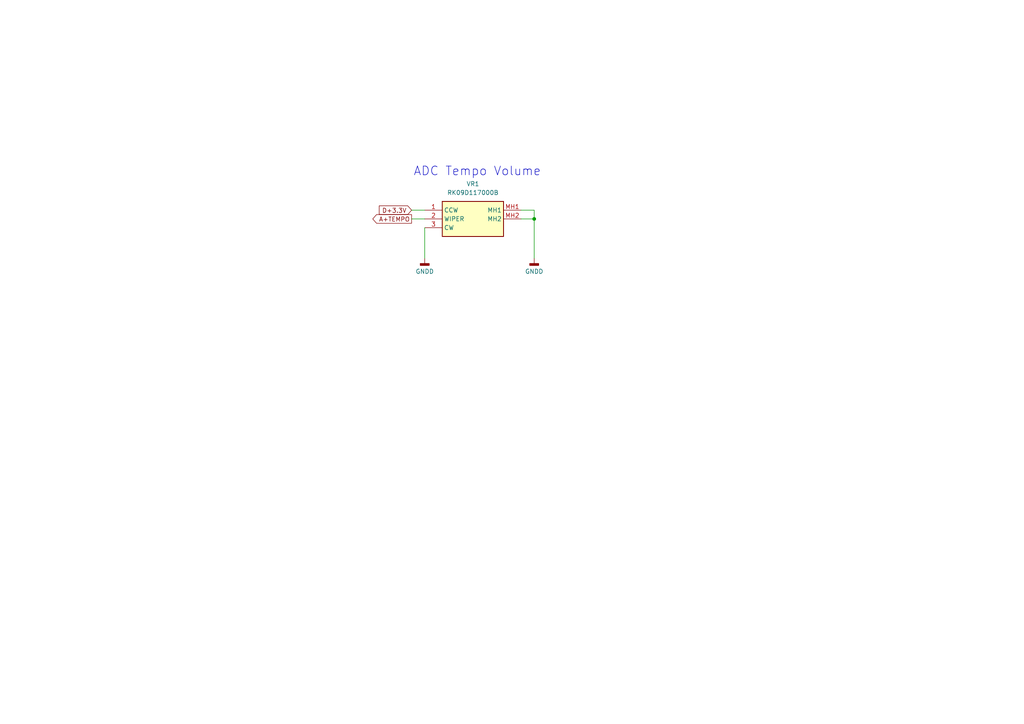
<source format=kicad_sch>
(kicad_sch (version 20231120) (generator "eeschema") (generator_version "8.0")
  (paper "A4")
  (lib_symbols
    (symbol "SamacSys_Parts:RK09D117000B"
      (property "Reference" "VR" (at 24.13 7.62 0))
      (property "Value" "RK09D117000B" (at 24.13 5.08 0))
      (symbol "RK09D117000B_1_1"
        (rectangle (start 5.08 2.54) (end 22.86 -7.62) (stroke (width 0.254)) (fill (type background)))
        (pin passive line (at 0 0 0) (length 5.08) (name "CCW") (number "1"))
        (pin passive line (at 0 -2.54 0) (length 5.08) (name "WIPER") (number "2"))
        (pin passive line (at 0 -5.08 0) (length 5.08) (name "CW") (number "3"))
        (pin passive line (at 27.94 0 180) (length 5.08) (name "MH1") (number "MH1"))
        (pin passive line (at 27.94 -2.54 180) (length 5.08) (name "MH2") (number "MH2"))
      )
    )
    (symbol "power:GNDD" (power) (pin_numbers hide) (pin_names (offset 0) hide)
      (property "Value" "GNDD" (at 0 -3.175 0))
      (symbol "GNDD_0_1"
        (rectangle (start -1.27 -1.524) (end 1.27 -2.032) (stroke (width 0.254)) (fill (type outline)))
        (polyline (pts (xy 0 0) (xy 0 -1.524)))
      )
      (symbol "GNDD_1_1"
        (pin power_in line (at 0 0 270) (length 0) (name "~") (number "1"))
      )
    )
  )
  (junction (at 154.94 63.5))
  (wire (pts (xy 119.38 60.96) (xy 123.19 60.96)))
  (wire (pts (xy 151.13 60.96) (xy 154.94 60.96)))
  (wire (pts (xy 151.13 63.5) (xy 154.94 63.5)))
  (wire (pts (xy 123.19 66.04) (xy 123.19 74.93)))
  (wire (pts (xy 154.94 63.5) (xy 154.94 74.93)))
  (wire (pts (xy 119.38 63.5) (xy 123.19 63.5)))
  (wire (pts (xy 154.94 60.96) (xy 154.94 63.5)))
  (text "ADC Tempo Volume" (at 119.888 49.784 0) (effects (font (size 2.54 2.54)) (justify left)))
  (global_label "D+3.3V" (shape input) (at 119.38 60.96 180) (property "Intersheetrefs" "${INTERSHEET_REFS}" (effects (hide yes))))
  (global_label "A+TEMPO" (shape output) (at 119.38 63.5 180) (property "Intersheetrefs" "${INTERSHEET_REFS}" (effects (hide yes))))
  (symbol (lib_id "power:GNDD") (at 154.94 74.93 0) (unit 1)
    (property "Reference" "#PWR03" (effects (hide yes)))
    (property "Value" "GNDD" (at 154.94 78.74 0))
    (property "Description" "Power symbol creates a global label with name \"GNDD\" , digital ground" (effects (hide yes)))
  )
  (symbol (lib_id "SamacSys_Parts:RK09D117000B") (at 123.19 60.96 0) (unit 1)
    (property "Reference" "VR1" (at 137.16 53.34 0))
    (property "Value" "RK09D117000B" (at 137.16 55.88 0))
    (property "Footprint" "SamacSys_Parts:RK09D117000B" (effects (hide yes)))
    (property "Datasheet" "https://tech.alpsalpine.com/prod/j/html/potentiometer/rotarypotentiometers/rk09k/rk09d117000b.html" (effects (hide yes)))
    (property "Description" "9-inch insulated shaft snap-in type RK09K/RK09D series" (effects (hide yes)))
    (property "Height" "30" (effects (hide yes)))
    (property "Manufacturer_Name" "ALPS Electric" (effects (hide yes)))
    (property "Manufacturer_Part_Number" "RK09D117000B" (effects (hide yes)))
    (property "Mouser Part Number" "688-RK09D117000B" (effects (hide yes)))
    (property "Mouser Price/Stock" "https://www.mouser.co.uk/ProductDetail/Alps-Alpine/RK09D117000B?qs=3cOf6TWd2rbc67829PEbEQ%3D%3D" (effects (hide yes)))
  )
  (symbol (lib_id "power:GNDD") (at 123.19 74.93 0) (unit 1)
    (property "Reference" "#PWR02" (effects (hide yes)))
    (property "Value" "GNDD" (at 123.19 78.74 0))
    (property "Description" "Power symbol creates a global label with name \"GNDD\" , digital ground" (effects (hide yes)))
  )
)
</source>
